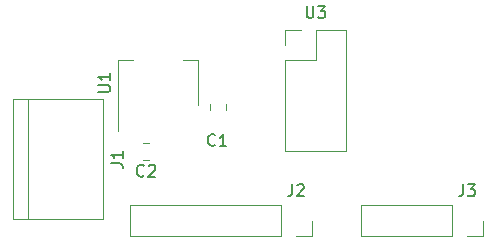
<source format=gbr>
G04 #@! TF.GenerationSoftware,KiCad,Pcbnew,5.1.5+dfsg1-2build2*
G04 #@! TF.CreationDate,2020-05-16T18:57:51+02:00*
G04 #@! TF.ProjectId,WeatherStationPcb,57656174-6865-4725-9374-6174696f6e50,1*
G04 #@! TF.SameCoordinates,Original*
G04 #@! TF.FileFunction,Legend,Top*
G04 #@! TF.FilePolarity,Positive*
%FSLAX46Y46*%
G04 Gerber Fmt 4.6, Leading zero omitted, Abs format (unit mm)*
G04 Created by KiCad (PCBNEW 5.1.5+dfsg1-2build2) date 2020-05-16 18:57:51*
%MOMM*%
%LPD*%
G04 APERTURE LIST*
%ADD10C,0.120000*%
%ADD11C,0.150000*%
G04 APERTURE END LIST*
D10*
X78942000Y-52585252D02*
X78942000Y-52062748D01*
X77522000Y-52585252D02*
X77522000Y-52062748D01*
X72397252Y-56844000D02*
X71874748Y-56844000D01*
X72397252Y-55424000D02*
X71874748Y-55424000D01*
X62103000Y-61849000D02*
X62103000Y-51689000D01*
X60833000Y-61849000D02*
X68453000Y-61849000D01*
X68453000Y-61849000D02*
X68453000Y-51689000D01*
X68453000Y-51689000D02*
X60833000Y-51689000D01*
X60833000Y-51689000D02*
X60833000Y-61849000D01*
X83566000Y-60646000D02*
X83566000Y-63306000D01*
X83566000Y-60646000D02*
X70806000Y-60646000D01*
X70806000Y-60646000D02*
X70806000Y-63306000D01*
X83566000Y-63306000D02*
X70806000Y-63306000D01*
X86166000Y-63306000D02*
X84836000Y-63306000D01*
X86166000Y-61976000D02*
X86166000Y-63306000D01*
X98044000Y-60646000D02*
X98044000Y-63306000D01*
X98044000Y-60646000D02*
X90364000Y-60646000D01*
X90364000Y-60646000D02*
X90364000Y-63306000D01*
X98044000Y-63306000D02*
X90364000Y-63306000D01*
X100644000Y-63306000D02*
X99314000Y-63306000D01*
X100644000Y-61976000D02*
X100644000Y-63306000D01*
X76562000Y-48382000D02*
X75302000Y-48382000D01*
X69742000Y-48382000D02*
X71002000Y-48382000D01*
X76562000Y-52142000D02*
X76562000Y-48382000D01*
X69742000Y-54392000D02*
X69742000Y-48382000D01*
X89087000Y-45787000D02*
X86487000Y-45787000D01*
X89087000Y-45787000D02*
X89087000Y-56067000D01*
X89087000Y-56067000D02*
X83887000Y-56067000D01*
X83887000Y-48387000D02*
X83887000Y-56067000D01*
X86487000Y-48387000D02*
X83887000Y-48387000D01*
X86487000Y-45787000D02*
X86487000Y-48387000D01*
X83887000Y-45787000D02*
X83887000Y-47117000D01*
X85217000Y-45787000D02*
X83887000Y-45787000D01*
D11*
X77989133Y-55551342D02*
X77941514Y-55598961D01*
X77798657Y-55646580D01*
X77703419Y-55646580D01*
X77560561Y-55598961D01*
X77465323Y-55503723D01*
X77417704Y-55408485D01*
X77370085Y-55218009D01*
X77370085Y-55075152D01*
X77417704Y-54884676D01*
X77465323Y-54789438D01*
X77560561Y-54694200D01*
X77703419Y-54646580D01*
X77798657Y-54646580D01*
X77941514Y-54694200D01*
X77989133Y-54741819D01*
X78941514Y-55646580D02*
X78370085Y-55646580D01*
X78655800Y-55646580D02*
X78655800Y-54646580D01*
X78560561Y-54789438D01*
X78465323Y-54884676D01*
X78370085Y-54932295D01*
X71969333Y-58141142D02*
X71921714Y-58188761D01*
X71778857Y-58236380D01*
X71683619Y-58236380D01*
X71540761Y-58188761D01*
X71445523Y-58093523D01*
X71397904Y-57998285D01*
X71350285Y-57807809D01*
X71350285Y-57664952D01*
X71397904Y-57474476D01*
X71445523Y-57379238D01*
X71540761Y-57284000D01*
X71683619Y-57236380D01*
X71778857Y-57236380D01*
X71921714Y-57284000D01*
X71969333Y-57331619D01*
X72350285Y-57331619D02*
X72397904Y-57284000D01*
X72493142Y-57236380D01*
X72731238Y-57236380D01*
X72826476Y-57284000D01*
X72874095Y-57331619D01*
X72921714Y-57426857D01*
X72921714Y-57522095D01*
X72874095Y-57664952D01*
X72302666Y-58236380D01*
X72921714Y-58236380D01*
X69175380Y-57102333D02*
X69889666Y-57102333D01*
X70032523Y-57149952D01*
X70127761Y-57245190D01*
X70175380Y-57388047D01*
X70175380Y-57483285D01*
X70175380Y-56102333D02*
X70175380Y-56673761D01*
X70175380Y-56388047D02*
X69175380Y-56388047D01*
X69318238Y-56483285D01*
X69413476Y-56578523D01*
X69461095Y-56673761D01*
X84502666Y-58888380D02*
X84502666Y-59602666D01*
X84455047Y-59745523D01*
X84359809Y-59840761D01*
X84216952Y-59888380D01*
X84121714Y-59888380D01*
X84931238Y-58983619D02*
X84978857Y-58936000D01*
X85074095Y-58888380D01*
X85312190Y-58888380D01*
X85407428Y-58936000D01*
X85455047Y-58983619D01*
X85502666Y-59078857D01*
X85502666Y-59174095D01*
X85455047Y-59316952D01*
X84883619Y-59888380D01*
X85502666Y-59888380D01*
X98980666Y-58888380D02*
X98980666Y-59602666D01*
X98933047Y-59745523D01*
X98837809Y-59840761D01*
X98694952Y-59888380D01*
X98599714Y-59888380D01*
X99361619Y-58888380D02*
X99980666Y-58888380D01*
X99647333Y-59269333D01*
X99790190Y-59269333D01*
X99885428Y-59316952D01*
X99933047Y-59364571D01*
X99980666Y-59459809D01*
X99980666Y-59697904D01*
X99933047Y-59793142D01*
X99885428Y-59840761D01*
X99790190Y-59888380D01*
X99504476Y-59888380D01*
X99409238Y-59840761D01*
X99361619Y-59793142D01*
X68104380Y-51053904D02*
X68913904Y-51053904D01*
X69009142Y-51006285D01*
X69056761Y-50958666D01*
X69104380Y-50863428D01*
X69104380Y-50672952D01*
X69056761Y-50577714D01*
X69009142Y-50530095D01*
X68913904Y-50482476D01*
X68104380Y-50482476D01*
X69104380Y-49482476D02*
X69104380Y-50053904D01*
X69104380Y-49768190D02*
X68104380Y-49768190D01*
X68247238Y-49863428D01*
X68342476Y-49958666D01*
X68390095Y-50053904D01*
X85725095Y-43799380D02*
X85725095Y-44608904D01*
X85772714Y-44704142D01*
X85820333Y-44751761D01*
X85915571Y-44799380D01*
X86106047Y-44799380D01*
X86201285Y-44751761D01*
X86248904Y-44704142D01*
X86296523Y-44608904D01*
X86296523Y-43799380D01*
X86677476Y-43799380D02*
X87296523Y-43799380D01*
X86963190Y-44180333D01*
X87106047Y-44180333D01*
X87201285Y-44227952D01*
X87248904Y-44275571D01*
X87296523Y-44370809D01*
X87296523Y-44608904D01*
X87248904Y-44704142D01*
X87201285Y-44751761D01*
X87106047Y-44799380D01*
X86820333Y-44799380D01*
X86725095Y-44751761D01*
X86677476Y-44704142D01*
M02*

</source>
